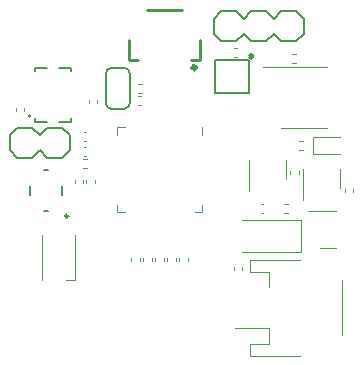
<source format=gto>
%TF.GenerationSoftware,KiCad,Pcbnew,(6.0.1)*%
%TF.CreationDate,2022-03-04T16:45:31-06:00*%
%TF.ProjectId,samara,73616d61-7261-42e6-9b69-6361645f7063,rev?*%
%TF.SameCoordinates,PX7df6181PY82ce53f*%
%TF.FileFunction,Legend,Top*%
%TF.FilePolarity,Positive*%
%FSLAX46Y46*%
G04 Gerber Fmt 4.6, Leading zero omitted, Abs format (unit mm)*
G04 Created by KiCad (PCBNEW (6.0.1)) date 2022-03-04 16:45:31*
%MOMM*%
%LPD*%
G01*
G04 APERTURE LIST*
%ADD10C,0.200000*%
%ADD11C,0.127000*%
%ADD12C,0.203200*%
%ADD13C,0.120000*%
%ADD14C,0.254000*%
%ADD15C,0.398780*%
%ADD16C,0.152400*%
G04 APERTURE END LIST*
D10*
%TO.C,U2*%
X-274401Y18519999D02*
G75*
G03*
X-274401Y18519999I-100000J0D01*
G01*
D11*
X3155599Y18039999D02*
X3155599Y18319999D01*
X2125599Y18039999D02*
X3155599Y18039999D01*
X3155599Y22599999D02*
X3155599Y22319999D01*
X2125599Y22599999D02*
X3155599Y22599999D01*
X95599Y22599999D02*
X1125599Y22599999D01*
X95599Y22319999D02*
X95599Y22599999D01*
X95599Y18039999D02*
X95599Y18319999D01*
X1125599Y18039999D02*
X95599Y18039999D01*
D12*
%TO.C,J6*%
X20319999Y26746199D02*
X20954999Y27381199D01*
X20954999Y27381199D02*
X22224999Y27381199D01*
X22224999Y27381199D02*
X22859999Y26746199D01*
X22859999Y25476199D02*
X22224999Y24841199D01*
X22224999Y24841199D02*
X20954999Y24841199D01*
X20954999Y24841199D02*
X20319999Y25476199D01*
X15874999Y27381199D02*
X17144999Y27381199D01*
X17144999Y27381199D02*
X17779999Y26746199D01*
X17779999Y25476199D02*
X17144999Y24841199D01*
X17779999Y26746199D02*
X18414999Y27381199D01*
X18414999Y27381199D02*
X19684999Y27381199D01*
X19684999Y27381199D02*
X20319999Y26746199D01*
X20319999Y25476199D02*
X19684999Y24841199D01*
X19684999Y24841199D02*
X18414999Y24841199D01*
X18414999Y24841199D02*
X17779999Y25476199D01*
X15239999Y26746199D02*
X15239999Y25476199D01*
X15874999Y27381199D02*
X15239999Y26746199D01*
X15239999Y25476199D02*
X15874999Y24841199D01*
X17144999Y24841199D02*
X15874999Y24841199D01*
X22859999Y26746199D02*
X22859999Y25476199D01*
%TO.C,J5*%
X2412999Y14985999D02*
X1142999Y14985999D01*
X1142999Y14985999D02*
X507999Y15620999D01*
X507999Y16890999D02*
X1142999Y17525999D01*
X507999Y15620999D02*
X-127001Y14985999D01*
X-127001Y14985999D02*
X-1397001Y14985999D01*
X-1397001Y14985999D02*
X-2032001Y15620999D01*
X-2032001Y16890999D02*
X-1397001Y17525999D01*
X-1397001Y17525999D02*
X-127001Y17525999D01*
X-127001Y17525999D02*
X507999Y16890999D01*
X3047999Y15620999D02*
X3047999Y16890999D01*
X2412999Y14985999D02*
X3047999Y15620999D01*
X3047999Y16890999D02*
X2412999Y17525999D01*
X1142999Y17525999D02*
X2412999Y17525999D01*
X-2032001Y15620999D02*
X-2032001Y16890999D01*
D13*
%TO.C,R19*%
X8812558Y20498799D02*
X9119840Y20498799D01*
X8812558Y21258799D02*
X9119840Y21258799D01*
%TO.C,Q1*%
X24891999Y7329999D02*
X25541999Y7329999D01*
X24891999Y10449999D02*
X25541999Y10449999D01*
X24891999Y7329999D02*
X24241999Y7329999D01*
X24891999Y10449999D02*
X23216999Y10449999D01*
%TO.C,R14*%
X17222440Y24255999D02*
X16915158Y24255999D01*
X17222440Y23495999D02*
X16915158Y23495999D01*
%TO.C,D3*%
X3482799Y4627799D02*
X2732799Y4627799D01*
X3482799Y4627799D02*
X3482799Y8427799D01*
X682799Y4627799D02*
X682799Y8427799D01*
%TO.C,U4*%
X22859999Y17505999D02*
X20909999Y17505999D01*
X22859999Y22625999D02*
X24809999Y22625999D01*
X22859999Y17505999D02*
X24809999Y17505999D01*
X22859999Y22625999D02*
X19409999Y22625999D01*
%TO.C,C4*%
X19196163Y10307999D02*
X19411835Y10307999D01*
X19196163Y11027999D02*
X19411835Y11027999D01*
%TO.C,R11*%
X21489640Y10287999D02*
X21182358Y10287999D01*
X21489640Y11047999D02*
X21182358Y11047999D01*
%TO.C,R2*%
X4164358Y14857999D02*
X4471640Y14857999D01*
X4164358Y14097999D02*
X4471640Y14097999D01*
%TO.C,C8*%
X4210163Y17123999D02*
X4425835Y17123999D01*
X4210163Y16403999D02*
X4425835Y16403999D01*
%TO.C,C3*%
X16911999Y5508163D02*
X16911999Y5723835D01*
X17631999Y5508163D02*
X17631999Y5723835D01*
%TO.C,R8*%
X22759640Y15621999D02*
X22452358Y15621999D01*
X22759640Y16381999D02*
X22452358Y16381999D01*
%TO.C,D2*%
X22637999Y9741999D02*
X17657999Y9741999D01*
X22637999Y7021999D02*
X22637999Y9741999D01*
X22637999Y7021999D02*
X17657999Y7021999D01*
D11*
%TO.C,U3*%
X15323819Y20454619D02*
X15323819Y23233379D01*
X15323819Y23233379D02*
X18204179Y23233379D01*
X18204179Y23233379D02*
X18204179Y20454619D01*
X18204179Y20454619D02*
X15323819Y20454619D01*
D14*
X18508979Y23461979D02*
G75*
G03*
X18508979Y23461979I-127000J0D01*
G01*
X18541999Y23621999D02*
G75*
G03*
X18541999Y23621999I-127000J0D01*
G01*
D13*
%TO.C,U7*%
X21371999Y13969999D02*
X21371999Y13169999D01*
X18251999Y13969999D02*
X18251999Y14769999D01*
X18251999Y13969999D02*
X18251999Y12169999D01*
X21371999Y13969999D02*
X21371999Y14769999D01*
%TO.C,C1*%
X3449999Y12846163D02*
X3449999Y13061835D01*
X4169999Y12846163D02*
X4169999Y13061835D01*
D14*
%TO.C,J3*%
X14074139Y23264494D02*
X13322299Y23264494D01*
X8826499Y23264494D02*
X8074659Y23264494D01*
X12572999Y27516454D02*
X9575799Y27516454D01*
X8074659Y23264494D02*
X8074659Y24915494D01*
X14074139Y24915494D02*
X14074139Y23264494D01*
D15*
X13713459Y22616794D02*
G75*
G03*
X13713459Y22616794I-139700J0D01*
G01*
D13*
%TO.C,R7*%
X12063999Y6196358D02*
X12063999Y6503640D01*
X11303999Y6196358D02*
X11303999Y6503640D01*
%TO.C,C6*%
X5389199Y19843635D02*
X5389199Y19627963D01*
X4669199Y19843635D02*
X4669199Y19627963D01*
%TO.C,U6*%
X22823999Y13207999D02*
X22823999Y11407999D01*
X25943999Y13207999D02*
X25943999Y14007999D01*
X22823999Y13207999D02*
X22823999Y14007999D01*
X25943999Y13207999D02*
X25943999Y12407999D01*
%TO.C,R3*%
X22200840Y23798799D02*
X21893558Y23798799D01*
X22200840Y23038799D02*
X21893558Y23038799D01*
%TO.C,C9*%
X-1528401Y19157835D02*
X-1528401Y18942163D01*
X-808401Y19157835D02*
X-808401Y18942163D01*
%TO.C,R9*%
X21717999Y13869640D02*
X21717999Y13562358D01*
X22477999Y13869640D02*
X22477999Y13562358D01*
%TO.C,R1*%
X4445999Y13107640D02*
X4445999Y12800358D01*
X5205999Y13107640D02*
X5205999Y12800358D01*
%TO.C,U1*%
X14277999Y16929999D02*
X14277999Y17579999D01*
X7057999Y16929999D02*
X7057999Y17579999D01*
X14277999Y10359999D02*
X13627999Y10359999D01*
X14277999Y11009999D02*
X14277999Y10359999D01*
X7057999Y17579999D02*
X7707999Y17579999D01*
X7057999Y11009999D02*
X7057999Y10359999D01*
X7057999Y10359999D02*
X7707999Y10359999D01*
%TO.C,C2*%
X4210163Y15853999D02*
X4425835Y15853999D01*
X4210163Y15133999D02*
X4425835Y15133999D01*
%TO.C,R18*%
X9094440Y19482799D02*
X8787158Y19482799D01*
X9094440Y20242799D02*
X8787158Y20242799D01*
%TO.C,C7*%
X26309999Y12299835D02*
X26309999Y12084163D01*
X27029999Y12299835D02*
X27029999Y12084163D01*
%TO.C,J1*%
X19879999Y-754001D02*
X19879999Y525999D01*
X19879999Y525999D02*
X16989999Y525999D01*
X18279999Y5325999D02*
X19879999Y5325999D01*
X18279999Y6345999D02*
X18279999Y5325999D01*
X18279999Y-1774001D02*
X18279999Y-754001D01*
X18279999Y-754001D02*
X19879999Y-754001D01*
X22529999Y6345999D02*
X18279999Y6345999D01*
X26099999Y-54001D02*
X26099999Y4625999D01*
X22529999Y-1774001D02*
X18279999Y-1774001D01*
X19879999Y5325999D02*
X19879999Y4045999D01*
%TO.C,R5*%
X9271999Y6196358D02*
X9271999Y6503640D01*
X10031999Y6196358D02*
X10031999Y6503640D01*
D16*
%TO.C,JP1*%
X6553199Y19126199D02*
X7670799Y19126199D01*
X6095999Y19583399D02*
X6095999Y22123399D01*
X8127999Y22123399D02*
X8127999Y19583399D01*
X6553199Y22580599D02*
X7670799Y22580599D01*
X6553199Y22580599D02*
G75*
G03*
X6095999Y22123399I1J-457201D01*
G01*
X7670799Y19126199D02*
G75*
G03*
X8127999Y19583399I-1J457201D01*
G01*
X8127999Y22123399D02*
G75*
G03*
X7670799Y22580599I-457201J-1D01*
G01*
X6095999Y19583399D02*
G75*
G03*
X6553199Y19126199I457201J1D01*
G01*
D13*
%TO.C,R6*%
X9015999Y6196358D02*
X9015999Y6503640D01*
X8255999Y6196358D02*
X8255999Y6503640D01*
%TO.C,D1*%
X23660999Y16736999D02*
X23660999Y15266999D01*
X23660999Y15266999D02*
X25945999Y15266999D01*
X25945999Y16736999D02*
X23660999Y16736999D01*
D12*
%TO.C,Y1*%
X1165859Y10467339D02*
X866139Y10467339D01*
X-360681Y11793219D02*
X-360681Y12590779D01*
X2392679Y12590779D02*
X2392679Y11793219D01*
X866139Y13916659D02*
X1165859Y13916659D01*
D14*
X2920999Y10032999D02*
G75*
G03*
X2920999Y10032999I-127000J0D01*
G01*
D13*
%TO.C,R10*%
X13079999Y6196358D02*
X13079999Y6503640D01*
X12319999Y6196358D02*
X12319999Y6503640D01*
%TO.C,R4*%
X10287999Y6196358D02*
X10287999Y6503640D01*
X11047999Y6196358D02*
X11047999Y6503640D01*
%TD*%
M02*

</source>
